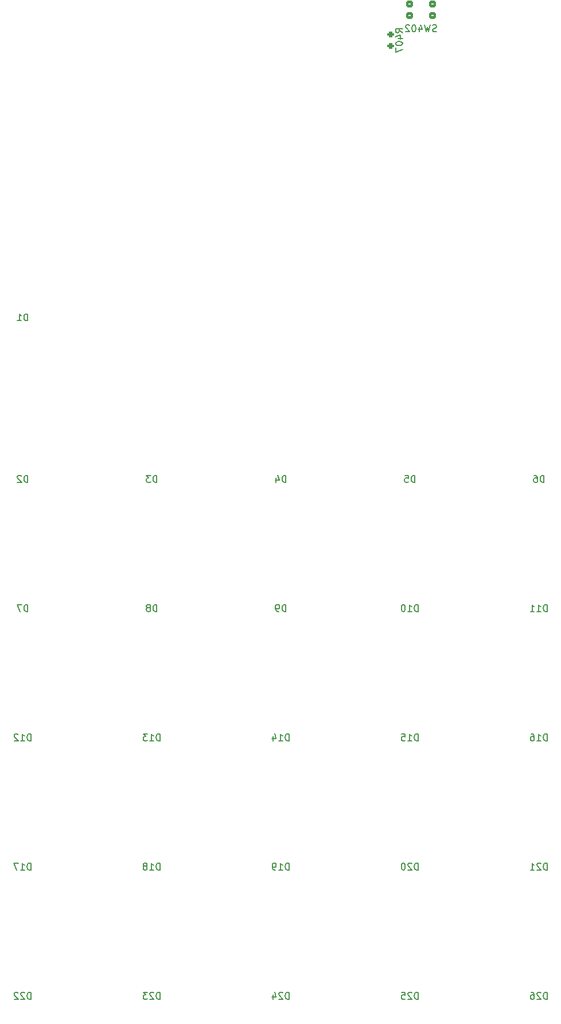
<source format=gbo>
%TF.GenerationSoftware,KiCad,Pcbnew,9.0.7*%
%TF.CreationDate,2026-03-01T02:19:44-05:00*%
%TF.ProjectId,Macropad,4d616372-6f70-4616-942e-6b696361645f,rev?*%
%TF.SameCoordinates,Original*%
%TF.FileFunction,Legend,Bot*%
%TF.FilePolarity,Positive*%
%FSLAX46Y46*%
G04 Gerber Fmt 4.6, Leading zero omitted, Abs format (unit mm)*
G04 Created by KiCad (PCBNEW 9.0.7) date 2026-03-01 02:19:44*
%MOMM*%
%LPD*%
G01*
G04 APERTURE LIST*
G04 Aperture macros list*
%AMRoundRect*
0 Rectangle with rounded corners*
0 $1 Rounding radius*
0 $2 $3 $4 $5 $6 $7 $8 $9 X,Y pos of 4 corners*
0 Add a 4 corners polygon primitive as box body*
4,1,4,$2,$3,$4,$5,$6,$7,$8,$9,$2,$3,0*
0 Add four circle primitives for the rounded corners*
1,1,$1+$1,$2,$3*
1,1,$1+$1,$4,$5*
1,1,$1+$1,$6,$7*
1,1,$1+$1,$8,$9*
0 Add four rect primitives between the rounded corners*
20,1,$1+$1,$2,$3,$4,$5,0*
20,1,$1+$1,$4,$5,$6,$7,0*
20,1,$1+$1,$6,$7,$8,$9,0*
20,1,$1+$1,$8,$9,$2,$3,0*%
G04 Aperture macros list end*
%ADD10C,0.150000*%
%ADD11R,2.550000X2.500000*%
%ADD12O,8.000000X3.600000*%
%ADD13C,4.000000*%
%ADD14C,1.750000*%
%ADD15R,1.600000X1.600000*%
%ADD16O,1.600000X1.600000*%
%ADD17R,1.700000X1.700000*%
%ADD18C,1.700000*%
%ADD19O,1.700000X1.700000*%
%ADD20O,1.100000X1.700000*%
%ADD21C,1.600000*%
%ADD22R,1.800000X1.800000*%
%ADD23C,1.800000*%
%ADD24C,3.200000*%
%ADD25RoundRect,0.200000X0.275000X-0.200000X0.275000X0.200000X-0.275000X0.200000X-0.275000X-0.200000X0*%
%ADD26RoundRect,0.200000X-0.350000X-0.300000X0.350000X-0.300000X0.350000X0.300000X-0.350000X0.300000X0*%
G04 APERTURE END LIST*
D10*
X13953094Y-14359819D02*
X13953094Y-13359819D01*
X13953094Y-13359819D02*
X13714999Y-13359819D01*
X13714999Y-13359819D02*
X13572142Y-13407438D01*
X13572142Y-13407438D02*
X13476904Y-13502676D01*
X13476904Y-13502676D02*
X13429285Y-13597914D01*
X13429285Y-13597914D02*
X13381666Y-13788390D01*
X13381666Y-13788390D02*
X13381666Y-13931247D01*
X13381666Y-13931247D02*
X13429285Y-14121723D01*
X13429285Y-14121723D02*
X13476904Y-14216961D01*
X13476904Y-14216961D02*
X13572142Y-14312200D01*
X13572142Y-14312200D02*
X13714999Y-14359819D01*
X13714999Y-14359819D02*
X13953094Y-14359819D01*
X12429285Y-14359819D02*
X13000713Y-14359819D01*
X12714999Y-14359819D02*
X12714999Y-13359819D01*
X12714999Y-13359819D02*
X12810237Y-13502676D01*
X12810237Y-13502676D02*
X12905475Y-13597914D01*
X12905475Y-13597914D02*
X13000713Y-13645533D01*
X13953094Y-38171819D02*
X13953094Y-37171819D01*
X13953094Y-37171819D02*
X13714999Y-37171819D01*
X13714999Y-37171819D02*
X13572142Y-37219438D01*
X13572142Y-37219438D02*
X13476904Y-37314676D01*
X13476904Y-37314676D02*
X13429285Y-37409914D01*
X13429285Y-37409914D02*
X13381666Y-37600390D01*
X13381666Y-37600390D02*
X13381666Y-37743247D01*
X13381666Y-37743247D02*
X13429285Y-37933723D01*
X13429285Y-37933723D02*
X13476904Y-38028961D01*
X13476904Y-38028961D02*
X13572142Y-38124200D01*
X13572142Y-38124200D02*
X13714999Y-38171819D01*
X13714999Y-38171819D02*
X13953094Y-38171819D01*
X13000713Y-37267057D02*
X12953094Y-37219438D01*
X12953094Y-37219438D02*
X12857856Y-37171819D01*
X12857856Y-37171819D02*
X12619761Y-37171819D01*
X12619761Y-37171819D02*
X12524523Y-37219438D01*
X12524523Y-37219438D02*
X12476904Y-37267057D01*
X12476904Y-37267057D02*
X12429285Y-37362295D01*
X12429285Y-37362295D02*
X12429285Y-37457533D01*
X12429285Y-37457533D02*
X12476904Y-37600390D01*
X12476904Y-37600390D02*
X13048332Y-38171819D01*
X13048332Y-38171819D02*
X12429285Y-38171819D01*
X33003094Y-38171819D02*
X33003094Y-37171819D01*
X33003094Y-37171819D02*
X32764999Y-37171819D01*
X32764999Y-37171819D02*
X32622142Y-37219438D01*
X32622142Y-37219438D02*
X32526904Y-37314676D01*
X32526904Y-37314676D02*
X32479285Y-37409914D01*
X32479285Y-37409914D02*
X32431666Y-37600390D01*
X32431666Y-37600390D02*
X32431666Y-37743247D01*
X32431666Y-37743247D02*
X32479285Y-37933723D01*
X32479285Y-37933723D02*
X32526904Y-38028961D01*
X32526904Y-38028961D02*
X32622142Y-38124200D01*
X32622142Y-38124200D02*
X32764999Y-38171819D01*
X32764999Y-38171819D02*
X33003094Y-38171819D01*
X32098332Y-37171819D02*
X31479285Y-37171819D01*
X31479285Y-37171819D02*
X31812618Y-37552771D01*
X31812618Y-37552771D02*
X31669761Y-37552771D01*
X31669761Y-37552771D02*
X31574523Y-37600390D01*
X31574523Y-37600390D02*
X31526904Y-37648009D01*
X31526904Y-37648009D02*
X31479285Y-37743247D01*
X31479285Y-37743247D02*
X31479285Y-37981342D01*
X31479285Y-37981342D02*
X31526904Y-38076580D01*
X31526904Y-38076580D02*
X31574523Y-38124200D01*
X31574523Y-38124200D02*
X31669761Y-38171819D01*
X31669761Y-38171819D02*
X31955475Y-38171819D01*
X31955475Y-38171819D02*
X32050713Y-38124200D01*
X32050713Y-38124200D02*
X32098332Y-38076580D01*
X52053094Y-38171819D02*
X52053094Y-37171819D01*
X52053094Y-37171819D02*
X51814999Y-37171819D01*
X51814999Y-37171819D02*
X51672142Y-37219438D01*
X51672142Y-37219438D02*
X51576904Y-37314676D01*
X51576904Y-37314676D02*
X51529285Y-37409914D01*
X51529285Y-37409914D02*
X51481666Y-37600390D01*
X51481666Y-37600390D02*
X51481666Y-37743247D01*
X51481666Y-37743247D02*
X51529285Y-37933723D01*
X51529285Y-37933723D02*
X51576904Y-38028961D01*
X51576904Y-38028961D02*
X51672142Y-38124200D01*
X51672142Y-38124200D02*
X51814999Y-38171819D01*
X51814999Y-38171819D02*
X52053094Y-38171819D01*
X50624523Y-37505152D02*
X50624523Y-38171819D01*
X50862618Y-37124200D02*
X51100713Y-37838485D01*
X51100713Y-37838485D02*
X50481666Y-37838485D01*
X71103094Y-38171819D02*
X71103094Y-37171819D01*
X71103094Y-37171819D02*
X70864999Y-37171819D01*
X70864999Y-37171819D02*
X70722142Y-37219438D01*
X70722142Y-37219438D02*
X70626904Y-37314676D01*
X70626904Y-37314676D02*
X70579285Y-37409914D01*
X70579285Y-37409914D02*
X70531666Y-37600390D01*
X70531666Y-37600390D02*
X70531666Y-37743247D01*
X70531666Y-37743247D02*
X70579285Y-37933723D01*
X70579285Y-37933723D02*
X70626904Y-38028961D01*
X70626904Y-38028961D02*
X70722142Y-38124200D01*
X70722142Y-38124200D02*
X70864999Y-38171819D01*
X70864999Y-38171819D02*
X71103094Y-38171819D01*
X69626904Y-37171819D02*
X70103094Y-37171819D01*
X70103094Y-37171819D02*
X70150713Y-37648009D01*
X70150713Y-37648009D02*
X70103094Y-37600390D01*
X70103094Y-37600390D02*
X70007856Y-37552771D01*
X70007856Y-37552771D02*
X69769761Y-37552771D01*
X69769761Y-37552771D02*
X69674523Y-37600390D01*
X69674523Y-37600390D02*
X69626904Y-37648009D01*
X69626904Y-37648009D02*
X69579285Y-37743247D01*
X69579285Y-37743247D02*
X69579285Y-37981342D01*
X69579285Y-37981342D02*
X69626904Y-38076580D01*
X69626904Y-38076580D02*
X69674523Y-38124200D01*
X69674523Y-38124200D02*
X69769761Y-38171819D01*
X69769761Y-38171819D02*
X70007856Y-38171819D01*
X70007856Y-38171819D02*
X70103094Y-38124200D01*
X70103094Y-38124200D02*
X70150713Y-38076580D01*
X90153094Y-38171819D02*
X90153094Y-37171819D01*
X90153094Y-37171819D02*
X89914999Y-37171819D01*
X89914999Y-37171819D02*
X89772142Y-37219438D01*
X89772142Y-37219438D02*
X89676904Y-37314676D01*
X89676904Y-37314676D02*
X89629285Y-37409914D01*
X89629285Y-37409914D02*
X89581666Y-37600390D01*
X89581666Y-37600390D02*
X89581666Y-37743247D01*
X89581666Y-37743247D02*
X89629285Y-37933723D01*
X89629285Y-37933723D02*
X89676904Y-38028961D01*
X89676904Y-38028961D02*
X89772142Y-38124200D01*
X89772142Y-38124200D02*
X89914999Y-38171819D01*
X89914999Y-38171819D02*
X90153094Y-38171819D01*
X88724523Y-37171819D02*
X88914999Y-37171819D01*
X88914999Y-37171819D02*
X89010237Y-37219438D01*
X89010237Y-37219438D02*
X89057856Y-37267057D01*
X89057856Y-37267057D02*
X89153094Y-37409914D01*
X89153094Y-37409914D02*
X89200713Y-37600390D01*
X89200713Y-37600390D02*
X89200713Y-37981342D01*
X89200713Y-37981342D02*
X89153094Y-38076580D01*
X89153094Y-38076580D02*
X89105475Y-38124200D01*
X89105475Y-38124200D02*
X89010237Y-38171819D01*
X89010237Y-38171819D02*
X88819761Y-38171819D01*
X88819761Y-38171819D02*
X88724523Y-38124200D01*
X88724523Y-38124200D02*
X88676904Y-38076580D01*
X88676904Y-38076580D02*
X88629285Y-37981342D01*
X88629285Y-37981342D02*
X88629285Y-37743247D01*
X88629285Y-37743247D02*
X88676904Y-37648009D01*
X88676904Y-37648009D02*
X88724523Y-37600390D01*
X88724523Y-37600390D02*
X88819761Y-37552771D01*
X88819761Y-37552771D02*
X89010237Y-37552771D01*
X89010237Y-37552771D02*
X89105475Y-37600390D01*
X89105475Y-37600390D02*
X89153094Y-37648009D01*
X89153094Y-37648009D02*
X89200713Y-37743247D01*
X13953094Y-57222819D02*
X13953094Y-56222819D01*
X13953094Y-56222819D02*
X13714999Y-56222819D01*
X13714999Y-56222819D02*
X13572142Y-56270438D01*
X13572142Y-56270438D02*
X13476904Y-56365676D01*
X13476904Y-56365676D02*
X13429285Y-56460914D01*
X13429285Y-56460914D02*
X13381666Y-56651390D01*
X13381666Y-56651390D02*
X13381666Y-56794247D01*
X13381666Y-56794247D02*
X13429285Y-56984723D01*
X13429285Y-56984723D02*
X13476904Y-57079961D01*
X13476904Y-57079961D02*
X13572142Y-57175200D01*
X13572142Y-57175200D02*
X13714999Y-57222819D01*
X13714999Y-57222819D02*
X13953094Y-57222819D01*
X13048332Y-56222819D02*
X12381666Y-56222819D01*
X12381666Y-56222819D02*
X12810237Y-57222819D01*
X33003094Y-57222819D02*
X33003094Y-56222819D01*
X33003094Y-56222819D02*
X32764999Y-56222819D01*
X32764999Y-56222819D02*
X32622142Y-56270438D01*
X32622142Y-56270438D02*
X32526904Y-56365676D01*
X32526904Y-56365676D02*
X32479285Y-56460914D01*
X32479285Y-56460914D02*
X32431666Y-56651390D01*
X32431666Y-56651390D02*
X32431666Y-56794247D01*
X32431666Y-56794247D02*
X32479285Y-56984723D01*
X32479285Y-56984723D02*
X32526904Y-57079961D01*
X32526904Y-57079961D02*
X32622142Y-57175200D01*
X32622142Y-57175200D02*
X32764999Y-57222819D01*
X32764999Y-57222819D02*
X33003094Y-57222819D01*
X31860237Y-56651390D02*
X31955475Y-56603771D01*
X31955475Y-56603771D02*
X32003094Y-56556152D01*
X32003094Y-56556152D02*
X32050713Y-56460914D01*
X32050713Y-56460914D02*
X32050713Y-56413295D01*
X32050713Y-56413295D02*
X32003094Y-56318057D01*
X32003094Y-56318057D02*
X31955475Y-56270438D01*
X31955475Y-56270438D02*
X31860237Y-56222819D01*
X31860237Y-56222819D02*
X31669761Y-56222819D01*
X31669761Y-56222819D02*
X31574523Y-56270438D01*
X31574523Y-56270438D02*
X31526904Y-56318057D01*
X31526904Y-56318057D02*
X31479285Y-56413295D01*
X31479285Y-56413295D02*
X31479285Y-56460914D01*
X31479285Y-56460914D02*
X31526904Y-56556152D01*
X31526904Y-56556152D02*
X31574523Y-56603771D01*
X31574523Y-56603771D02*
X31669761Y-56651390D01*
X31669761Y-56651390D02*
X31860237Y-56651390D01*
X31860237Y-56651390D02*
X31955475Y-56699009D01*
X31955475Y-56699009D02*
X32003094Y-56746628D01*
X32003094Y-56746628D02*
X32050713Y-56841866D01*
X32050713Y-56841866D02*
X32050713Y-57032342D01*
X32050713Y-57032342D02*
X32003094Y-57127580D01*
X32003094Y-57127580D02*
X31955475Y-57175200D01*
X31955475Y-57175200D02*
X31860237Y-57222819D01*
X31860237Y-57222819D02*
X31669761Y-57222819D01*
X31669761Y-57222819D02*
X31574523Y-57175200D01*
X31574523Y-57175200D02*
X31526904Y-57127580D01*
X31526904Y-57127580D02*
X31479285Y-57032342D01*
X31479285Y-57032342D02*
X31479285Y-56841866D01*
X31479285Y-56841866D02*
X31526904Y-56746628D01*
X31526904Y-56746628D02*
X31574523Y-56699009D01*
X31574523Y-56699009D02*
X31669761Y-56651390D01*
X52053094Y-57222819D02*
X52053094Y-56222819D01*
X52053094Y-56222819D02*
X51814999Y-56222819D01*
X51814999Y-56222819D02*
X51672142Y-56270438D01*
X51672142Y-56270438D02*
X51576904Y-56365676D01*
X51576904Y-56365676D02*
X51529285Y-56460914D01*
X51529285Y-56460914D02*
X51481666Y-56651390D01*
X51481666Y-56651390D02*
X51481666Y-56794247D01*
X51481666Y-56794247D02*
X51529285Y-56984723D01*
X51529285Y-56984723D02*
X51576904Y-57079961D01*
X51576904Y-57079961D02*
X51672142Y-57175200D01*
X51672142Y-57175200D02*
X51814999Y-57222819D01*
X51814999Y-57222819D02*
X52053094Y-57222819D01*
X51005475Y-57222819D02*
X50814999Y-57222819D01*
X50814999Y-57222819D02*
X50719761Y-57175200D01*
X50719761Y-57175200D02*
X50672142Y-57127580D01*
X50672142Y-57127580D02*
X50576904Y-56984723D01*
X50576904Y-56984723D02*
X50529285Y-56794247D01*
X50529285Y-56794247D02*
X50529285Y-56413295D01*
X50529285Y-56413295D02*
X50576904Y-56318057D01*
X50576904Y-56318057D02*
X50624523Y-56270438D01*
X50624523Y-56270438D02*
X50719761Y-56222819D01*
X50719761Y-56222819D02*
X50910237Y-56222819D01*
X50910237Y-56222819D02*
X51005475Y-56270438D01*
X51005475Y-56270438D02*
X51053094Y-56318057D01*
X51053094Y-56318057D02*
X51100713Y-56413295D01*
X51100713Y-56413295D02*
X51100713Y-56651390D01*
X51100713Y-56651390D02*
X51053094Y-56746628D01*
X51053094Y-56746628D02*
X51005475Y-56794247D01*
X51005475Y-56794247D02*
X50910237Y-56841866D01*
X50910237Y-56841866D02*
X50719761Y-56841866D01*
X50719761Y-56841866D02*
X50624523Y-56794247D01*
X50624523Y-56794247D02*
X50576904Y-56746628D01*
X50576904Y-56746628D02*
X50529285Y-56651390D01*
X71579285Y-57222819D02*
X71579285Y-56222819D01*
X71579285Y-56222819D02*
X71341190Y-56222819D01*
X71341190Y-56222819D02*
X71198333Y-56270438D01*
X71198333Y-56270438D02*
X71103095Y-56365676D01*
X71103095Y-56365676D02*
X71055476Y-56460914D01*
X71055476Y-56460914D02*
X71007857Y-56651390D01*
X71007857Y-56651390D02*
X71007857Y-56794247D01*
X71007857Y-56794247D02*
X71055476Y-56984723D01*
X71055476Y-56984723D02*
X71103095Y-57079961D01*
X71103095Y-57079961D02*
X71198333Y-57175200D01*
X71198333Y-57175200D02*
X71341190Y-57222819D01*
X71341190Y-57222819D02*
X71579285Y-57222819D01*
X70055476Y-57222819D02*
X70626904Y-57222819D01*
X70341190Y-57222819D02*
X70341190Y-56222819D01*
X70341190Y-56222819D02*
X70436428Y-56365676D01*
X70436428Y-56365676D02*
X70531666Y-56460914D01*
X70531666Y-56460914D02*
X70626904Y-56508533D01*
X69436428Y-56222819D02*
X69341190Y-56222819D01*
X69341190Y-56222819D02*
X69245952Y-56270438D01*
X69245952Y-56270438D02*
X69198333Y-56318057D01*
X69198333Y-56318057D02*
X69150714Y-56413295D01*
X69150714Y-56413295D02*
X69103095Y-56603771D01*
X69103095Y-56603771D02*
X69103095Y-56841866D01*
X69103095Y-56841866D02*
X69150714Y-57032342D01*
X69150714Y-57032342D02*
X69198333Y-57127580D01*
X69198333Y-57127580D02*
X69245952Y-57175200D01*
X69245952Y-57175200D02*
X69341190Y-57222819D01*
X69341190Y-57222819D02*
X69436428Y-57222819D01*
X69436428Y-57222819D02*
X69531666Y-57175200D01*
X69531666Y-57175200D02*
X69579285Y-57127580D01*
X69579285Y-57127580D02*
X69626904Y-57032342D01*
X69626904Y-57032342D02*
X69674523Y-56841866D01*
X69674523Y-56841866D02*
X69674523Y-56603771D01*
X69674523Y-56603771D02*
X69626904Y-56413295D01*
X69626904Y-56413295D02*
X69579285Y-56318057D01*
X69579285Y-56318057D02*
X69531666Y-56270438D01*
X69531666Y-56270438D02*
X69436428Y-56222819D01*
X90629285Y-57222819D02*
X90629285Y-56222819D01*
X90629285Y-56222819D02*
X90391190Y-56222819D01*
X90391190Y-56222819D02*
X90248333Y-56270438D01*
X90248333Y-56270438D02*
X90153095Y-56365676D01*
X90153095Y-56365676D02*
X90105476Y-56460914D01*
X90105476Y-56460914D02*
X90057857Y-56651390D01*
X90057857Y-56651390D02*
X90057857Y-56794247D01*
X90057857Y-56794247D02*
X90105476Y-56984723D01*
X90105476Y-56984723D02*
X90153095Y-57079961D01*
X90153095Y-57079961D02*
X90248333Y-57175200D01*
X90248333Y-57175200D02*
X90391190Y-57222819D01*
X90391190Y-57222819D02*
X90629285Y-57222819D01*
X89105476Y-57222819D02*
X89676904Y-57222819D01*
X89391190Y-57222819D02*
X89391190Y-56222819D01*
X89391190Y-56222819D02*
X89486428Y-56365676D01*
X89486428Y-56365676D02*
X89581666Y-56460914D01*
X89581666Y-56460914D02*
X89676904Y-56508533D01*
X88153095Y-57222819D02*
X88724523Y-57222819D01*
X88438809Y-57222819D02*
X88438809Y-56222819D01*
X88438809Y-56222819D02*
X88534047Y-56365676D01*
X88534047Y-56365676D02*
X88629285Y-56460914D01*
X88629285Y-56460914D02*
X88724523Y-56508533D01*
X14429285Y-76272819D02*
X14429285Y-75272819D01*
X14429285Y-75272819D02*
X14191190Y-75272819D01*
X14191190Y-75272819D02*
X14048333Y-75320438D01*
X14048333Y-75320438D02*
X13953095Y-75415676D01*
X13953095Y-75415676D02*
X13905476Y-75510914D01*
X13905476Y-75510914D02*
X13857857Y-75701390D01*
X13857857Y-75701390D02*
X13857857Y-75844247D01*
X13857857Y-75844247D02*
X13905476Y-76034723D01*
X13905476Y-76034723D02*
X13953095Y-76129961D01*
X13953095Y-76129961D02*
X14048333Y-76225200D01*
X14048333Y-76225200D02*
X14191190Y-76272819D01*
X14191190Y-76272819D02*
X14429285Y-76272819D01*
X12905476Y-76272819D02*
X13476904Y-76272819D01*
X13191190Y-76272819D02*
X13191190Y-75272819D01*
X13191190Y-75272819D02*
X13286428Y-75415676D01*
X13286428Y-75415676D02*
X13381666Y-75510914D01*
X13381666Y-75510914D02*
X13476904Y-75558533D01*
X12524523Y-75368057D02*
X12476904Y-75320438D01*
X12476904Y-75320438D02*
X12381666Y-75272819D01*
X12381666Y-75272819D02*
X12143571Y-75272819D01*
X12143571Y-75272819D02*
X12048333Y-75320438D01*
X12048333Y-75320438D02*
X12000714Y-75368057D01*
X12000714Y-75368057D02*
X11953095Y-75463295D01*
X11953095Y-75463295D02*
X11953095Y-75558533D01*
X11953095Y-75558533D02*
X12000714Y-75701390D01*
X12000714Y-75701390D02*
X12572142Y-76272819D01*
X12572142Y-76272819D02*
X11953095Y-76272819D01*
X33479285Y-76272819D02*
X33479285Y-75272819D01*
X33479285Y-75272819D02*
X33241190Y-75272819D01*
X33241190Y-75272819D02*
X33098333Y-75320438D01*
X33098333Y-75320438D02*
X33003095Y-75415676D01*
X33003095Y-75415676D02*
X32955476Y-75510914D01*
X32955476Y-75510914D02*
X32907857Y-75701390D01*
X32907857Y-75701390D02*
X32907857Y-75844247D01*
X32907857Y-75844247D02*
X32955476Y-76034723D01*
X32955476Y-76034723D02*
X33003095Y-76129961D01*
X33003095Y-76129961D02*
X33098333Y-76225200D01*
X33098333Y-76225200D02*
X33241190Y-76272819D01*
X33241190Y-76272819D02*
X33479285Y-76272819D01*
X31955476Y-76272819D02*
X32526904Y-76272819D01*
X32241190Y-76272819D02*
X32241190Y-75272819D01*
X32241190Y-75272819D02*
X32336428Y-75415676D01*
X32336428Y-75415676D02*
X32431666Y-75510914D01*
X32431666Y-75510914D02*
X32526904Y-75558533D01*
X31622142Y-75272819D02*
X31003095Y-75272819D01*
X31003095Y-75272819D02*
X31336428Y-75653771D01*
X31336428Y-75653771D02*
X31193571Y-75653771D01*
X31193571Y-75653771D02*
X31098333Y-75701390D01*
X31098333Y-75701390D02*
X31050714Y-75749009D01*
X31050714Y-75749009D02*
X31003095Y-75844247D01*
X31003095Y-75844247D02*
X31003095Y-76082342D01*
X31003095Y-76082342D02*
X31050714Y-76177580D01*
X31050714Y-76177580D02*
X31098333Y-76225200D01*
X31098333Y-76225200D02*
X31193571Y-76272819D01*
X31193571Y-76272819D02*
X31479285Y-76272819D01*
X31479285Y-76272819D02*
X31574523Y-76225200D01*
X31574523Y-76225200D02*
X31622142Y-76177580D01*
X52529285Y-76272819D02*
X52529285Y-75272819D01*
X52529285Y-75272819D02*
X52291190Y-75272819D01*
X52291190Y-75272819D02*
X52148333Y-75320438D01*
X52148333Y-75320438D02*
X52053095Y-75415676D01*
X52053095Y-75415676D02*
X52005476Y-75510914D01*
X52005476Y-75510914D02*
X51957857Y-75701390D01*
X51957857Y-75701390D02*
X51957857Y-75844247D01*
X51957857Y-75844247D02*
X52005476Y-76034723D01*
X52005476Y-76034723D02*
X52053095Y-76129961D01*
X52053095Y-76129961D02*
X52148333Y-76225200D01*
X52148333Y-76225200D02*
X52291190Y-76272819D01*
X52291190Y-76272819D02*
X52529285Y-76272819D01*
X51005476Y-76272819D02*
X51576904Y-76272819D01*
X51291190Y-76272819D02*
X51291190Y-75272819D01*
X51291190Y-75272819D02*
X51386428Y-75415676D01*
X51386428Y-75415676D02*
X51481666Y-75510914D01*
X51481666Y-75510914D02*
X51576904Y-75558533D01*
X50148333Y-75606152D02*
X50148333Y-76272819D01*
X50386428Y-75225200D02*
X50624523Y-75939485D01*
X50624523Y-75939485D02*
X50005476Y-75939485D01*
X71579285Y-76272819D02*
X71579285Y-75272819D01*
X71579285Y-75272819D02*
X71341190Y-75272819D01*
X71341190Y-75272819D02*
X71198333Y-75320438D01*
X71198333Y-75320438D02*
X71103095Y-75415676D01*
X71103095Y-75415676D02*
X71055476Y-75510914D01*
X71055476Y-75510914D02*
X71007857Y-75701390D01*
X71007857Y-75701390D02*
X71007857Y-75844247D01*
X71007857Y-75844247D02*
X71055476Y-76034723D01*
X71055476Y-76034723D02*
X71103095Y-76129961D01*
X71103095Y-76129961D02*
X71198333Y-76225200D01*
X71198333Y-76225200D02*
X71341190Y-76272819D01*
X71341190Y-76272819D02*
X71579285Y-76272819D01*
X70055476Y-76272819D02*
X70626904Y-76272819D01*
X70341190Y-76272819D02*
X70341190Y-75272819D01*
X70341190Y-75272819D02*
X70436428Y-75415676D01*
X70436428Y-75415676D02*
X70531666Y-75510914D01*
X70531666Y-75510914D02*
X70626904Y-75558533D01*
X69150714Y-75272819D02*
X69626904Y-75272819D01*
X69626904Y-75272819D02*
X69674523Y-75749009D01*
X69674523Y-75749009D02*
X69626904Y-75701390D01*
X69626904Y-75701390D02*
X69531666Y-75653771D01*
X69531666Y-75653771D02*
X69293571Y-75653771D01*
X69293571Y-75653771D02*
X69198333Y-75701390D01*
X69198333Y-75701390D02*
X69150714Y-75749009D01*
X69150714Y-75749009D02*
X69103095Y-75844247D01*
X69103095Y-75844247D02*
X69103095Y-76082342D01*
X69103095Y-76082342D02*
X69150714Y-76177580D01*
X69150714Y-76177580D02*
X69198333Y-76225200D01*
X69198333Y-76225200D02*
X69293571Y-76272819D01*
X69293571Y-76272819D02*
X69531666Y-76272819D01*
X69531666Y-76272819D02*
X69626904Y-76225200D01*
X69626904Y-76225200D02*
X69674523Y-76177580D01*
X90629285Y-76272819D02*
X90629285Y-75272819D01*
X90629285Y-75272819D02*
X90391190Y-75272819D01*
X90391190Y-75272819D02*
X90248333Y-75320438D01*
X90248333Y-75320438D02*
X90153095Y-75415676D01*
X90153095Y-75415676D02*
X90105476Y-75510914D01*
X90105476Y-75510914D02*
X90057857Y-75701390D01*
X90057857Y-75701390D02*
X90057857Y-75844247D01*
X90057857Y-75844247D02*
X90105476Y-76034723D01*
X90105476Y-76034723D02*
X90153095Y-76129961D01*
X90153095Y-76129961D02*
X90248333Y-76225200D01*
X90248333Y-76225200D02*
X90391190Y-76272819D01*
X90391190Y-76272819D02*
X90629285Y-76272819D01*
X89105476Y-76272819D02*
X89676904Y-76272819D01*
X89391190Y-76272819D02*
X89391190Y-75272819D01*
X89391190Y-75272819D02*
X89486428Y-75415676D01*
X89486428Y-75415676D02*
X89581666Y-75510914D01*
X89581666Y-75510914D02*
X89676904Y-75558533D01*
X88248333Y-75272819D02*
X88438809Y-75272819D01*
X88438809Y-75272819D02*
X88534047Y-75320438D01*
X88534047Y-75320438D02*
X88581666Y-75368057D01*
X88581666Y-75368057D02*
X88676904Y-75510914D01*
X88676904Y-75510914D02*
X88724523Y-75701390D01*
X88724523Y-75701390D02*
X88724523Y-76082342D01*
X88724523Y-76082342D02*
X88676904Y-76177580D01*
X88676904Y-76177580D02*
X88629285Y-76225200D01*
X88629285Y-76225200D02*
X88534047Y-76272819D01*
X88534047Y-76272819D02*
X88343571Y-76272819D01*
X88343571Y-76272819D02*
X88248333Y-76225200D01*
X88248333Y-76225200D02*
X88200714Y-76177580D01*
X88200714Y-76177580D02*
X88153095Y-76082342D01*
X88153095Y-76082342D02*
X88153095Y-75844247D01*
X88153095Y-75844247D02*
X88200714Y-75749009D01*
X88200714Y-75749009D02*
X88248333Y-75701390D01*
X88248333Y-75701390D02*
X88343571Y-75653771D01*
X88343571Y-75653771D02*
X88534047Y-75653771D01*
X88534047Y-75653771D02*
X88629285Y-75701390D01*
X88629285Y-75701390D02*
X88676904Y-75749009D01*
X88676904Y-75749009D02*
X88724523Y-75844247D01*
X14429285Y-95321819D02*
X14429285Y-94321819D01*
X14429285Y-94321819D02*
X14191190Y-94321819D01*
X14191190Y-94321819D02*
X14048333Y-94369438D01*
X14048333Y-94369438D02*
X13953095Y-94464676D01*
X13953095Y-94464676D02*
X13905476Y-94559914D01*
X13905476Y-94559914D02*
X13857857Y-94750390D01*
X13857857Y-94750390D02*
X13857857Y-94893247D01*
X13857857Y-94893247D02*
X13905476Y-95083723D01*
X13905476Y-95083723D02*
X13953095Y-95178961D01*
X13953095Y-95178961D02*
X14048333Y-95274200D01*
X14048333Y-95274200D02*
X14191190Y-95321819D01*
X14191190Y-95321819D02*
X14429285Y-95321819D01*
X12905476Y-95321819D02*
X13476904Y-95321819D01*
X13191190Y-95321819D02*
X13191190Y-94321819D01*
X13191190Y-94321819D02*
X13286428Y-94464676D01*
X13286428Y-94464676D02*
X13381666Y-94559914D01*
X13381666Y-94559914D02*
X13476904Y-94607533D01*
X12572142Y-94321819D02*
X11905476Y-94321819D01*
X11905476Y-94321819D02*
X12334047Y-95321819D01*
X33479285Y-95321819D02*
X33479285Y-94321819D01*
X33479285Y-94321819D02*
X33241190Y-94321819D01*
X33241190Y-94321819D02*
X33098333Y-94369438D01*
X33098333Y-94369438D02*
X33003095Y-94464676D01*
X33003095Y-94464676D02*
X32955476Y-94559914D01*
X32955476Y-94559914D02*
X32907857Y-94750390D01*
X32907857Y-94750390D02*
X32907857Y-94893247D01*
X32907857Y-94893247D02*
X32955476Y-95083723D01*
X32955476Y-95083723D02*
X33003095Y-95178961D01*
X33003095Y-95178961D02*
X33098333Y-95274200D01*
X33098333Y-95274200D02*
X33241190Y-95321819D01*
X33241190Y-95321819D02*
X33479285Y-95321819D01*
X31955476Y-95321819D02*
X32526904Y-95321819D01*
X32241190Y-95321819D02*
X32241190Y-94321819D01*
X32241190Y-94321819D02*
X32336428Y-94464676D01*
X32336428Y-94464676D02*
X32431666Y-94559914D01*
X32431666Y-94559914D02*
X32526904Y-94607533D01*
X31384047Y-94750390D02*
X31479285Y-94702771D01*
X31479285Y-94702771D02*
X31526904Y-94655152D01*
X31526904Y-94655152D02*
X31574523Y-94559914D01*
X31574523Y-94559914D02*
X31574523Y-94512295D01*
X31574523Y-94512295D02*
X31526904Y-94417057D01*
X31526904Y-94417057D02*
X31479285Y-94369438D01*
X31479285Y-94369438D02*
X31384047Y-94321819D01*
X31384047Y-94321819D02*
X31193571Y-94321819D01*
X31193571Y-94321819D02*
X31098333Y-94369438D01*
X31098333Y-94369438D02*
X31050714Y-94417057D01*
X31050714Y-94417057D02*
X31003095Y-94512295D01*
X31003095Y-94512295D02*
X31003095Y-94559914D01*
X31003095Y-94559914D02*
X31050714Y-94655152D01*
X31050714Y-94655152D02*
X31098333Y-94702771D01*
X31098333Y-94702771D02*
X31193571Y-94750390D01*
X31193571Y-94750390D02*
X31384047Y-94750390D01*
X31384047Y-94750390D02*
X31479285Y-94798009D01*
X31479285Y-94798009D02*
X31526904Y-94845628D01*
X31526904Y-94845628D02*
X31574523Y-94940866D01*
X31574523Y-94940866D02*
X31574523Y-95131342D01*
X31574523Y-95131342D02*
X31526904Y-95226580D01*
X31526904Y-95226580D02*
X31479285Y-95274200D01*
X31479285Y-95274200D02*
X31384047Y-95321819D01*
X31384047Y-95321819D02*
X31193571Y-95321819D01*
X31193571Y-95321819D02*
X31098333Y-95274200D01*
X31098333Y-95274200D02*
X31050714Y-95226580D01*
X31050714Y-95226580D02*
X31003095Y-95131342D01*
X31003095Y-95131342D02*
X31003095Y-94940866D01*
X31003095Y-94940866D02*
X31050714Y-94845628D01*
X31050714Y-94845628D02*
X31098333Y-94798009D01*
X31098333Y-94798009D02*
X31193571Y-94750390D01*
X52529285Y-95321819D02*
X52529285Y-94321819D01*
X52529285Y-94321819D02*
X52291190Y-94321819D01*
X52291190Y-94321819D02*
X52148333Y-94369438D01*
X52148333Y-94369438D02*
X52053095Y-94464676D01*
X52053095Y-94464676D02*
X52005476Y-94559914D01*
X52005476Y-94559914D02*
X51957857Y-94750390D01*
X51957857Y-94750390D02*
X51957857Y-94893247D01*
X51957857Y-94893247D02*
X52005476Y-95083723D01*
X52005476Y-95083723D02*
X52053095Y-95178961D01*
X52053095Y-95178961D02*
X52148333Y-95274200D01*
X52148333Y-95274200D02*
X52291190Y-95321819D01*
X52291190Y-95321819D02*
X52529285Y-95321819D01*
X51005476Y-95321819D02*
X51576904Y-95321819D01*
X51291190Y-95321819D02*
X51291190Y-94321819D01*
X51291190Y-94321819D02*
X51386428Y-94464676D01*
X51386428Y-94464676D02*
X51481666Y-94559914D01*
X51481666Y-94559914D02*
X51576904Y-94607533D01*
X50529285Y-95321819D02*
X50338809Y-95321819D01*
X50338809Y-95321819D02*
X50243571Y-95274200D01*
X50243571Y-95274200D02*
X50195952Y-95226580D01*
X50195952Y-95226580D02*
X50100714Y-95083723D01*
X50100714Y-95083723D02*
X50053095Y-94893247D01*
X50053095Y-94893247D02*
X50053095Y-94512295D01*
X50053095Y-94512295D02*
X50100714Y-94417057D01*
X50100714Y-94417057D02*
X50148333Y-94369438D01*
X50148333Y-94369438D02*
X50243571Y-94321819D01*
X50243571Y-94321819D02*
X50434047Y-94321819D01*
X50434047Y-94321819D02*
X50529285Y-94369438D01*
X50529285Y-94369438D02*
X50576904Y-94417057D01*
X50576904Y-94417057D02*
X50624523Y-94512295D01*
X50624523Y-94512295D02*
X50624523Y-94750390D01*
X50624523Y-94750390D02*
X50576904Y-94845628D01*
X50576904Y-94845628D02*
X50529285Y-94893247D01*
X50529285Y-94893247D02*
X50434047Y-94940866D01*
X50434047Y-94940866D02*
X50243571Y-94940866D01*
X50243571Y-94940866D02*
X50148333Y-94893247D01*
X50148333Y-94893247D02*
X50100714Y-94845628D01*
X50100714Y-94845628D02*
X50053095Y-94750390D01*
X71579285Y-95321819D02*
X71579285Y-94321819D01*
X71579285Y-94321819D02*
X71341190Y-94321819D01*
X71341190Y-94321819D02*
X71198333Y-94369438D01*
X71198333Y-94369438D02*
X71103095Y-94464676D01*
X71103095Y-94464676D02*
X71055476Y-94559914D01*
X71055476Y-94559914D02*
X71007857Y-94750390D01*
X71007857Y-94750390D02*
X71007857Y-94893247D01*
X71007857Y-94893247D02*
X71055476Y-95083723D01*
X71055476Y-95083723D02*
X71103095Y-95178961D01*
X71103095Y-95178961D02*
X71198333Y-95274200D01*
X71198333Y-95274200D02*
X71341190Y-95321819D01*
X71341190Y-95321819D02*
X71579285Y-95321819D01*
X70626904Y-94417057D02*
X70579285Y-94369438D01*
X70579285Y-94369438D02*
X70484047Y-94321819D01*
X70484047Y-94321819D02*
X70245952Y-94321819D01*
X70245952Y-94321819D02*
X70150714Y-94369438D01*
X70150714Y-94369438D02*
X70103095Y-94417057D01*
X70103095Y-94417057D02*
X70055476Y-94512295D01*
X70055476Y-94512295D02*
X70055476Y-94607533D01*
X70055476Y-94607533D02*
X70103095Y-94750390D01*
X70103095Y-94750390D02*
X70674523Y-95321819D01*
X70674523Y-95321819D02*
X70055476Y-95321819D01*
X69436428Y-94321819D02*
X69341190Y-94321819D01*
X69341190Y-94321819D02*
X69245952Y-94369438D01*
X69245952Y-94369438D02*
X69198333Y-94417057D01*
X69198333Y-94417057D02*
X69150714Y-94512295D01*
X69150714Y-94512295D02*
X69103095Y-94702771D01*
X69103095Y-94702771D02*
X69103095Y-94940866D01*
X69103095Y-94940866D02*
X69150714Y-95131342D01*
X69150714Y-95131342D02*
X69198333Y-95226580D01*
X69198333Y-95226580D02*
X69245952Y-95274200D01*
X69245952Y-95274200D02*
X69341190Y-95321819D01*
X69341190Y-95321819D02*
X69436428Y-95321819D01*
X69436428Y-95321819D02*
X69531666Y-95274200D01*
X69531666Y-95274200D02*
X69579285Y-95226580D01*
X69579285Y-95226580D02*
X69626904Y-95131342D01*
X69626904Y-95131342D02*
X69674523Y-94940866D01*
X69674523Y-94940866D02*
X69674523Y-94702771D01*
X69674523Y-94702771D02*
X69626904Y-94512295D01*
X69626904Y-94512295D02*
X69579285Y-94417057D01*
X69579285Y-94417057D02*
X69531666Y-94369438D01*
X69531666Y-94369438D02*
X69436428Y-94321819D01*
X90629285Y-95321819D02*
X90629285Y-94321819D01*
X90629285Y-94321819D02*
X90391190Y-94321819D01*
X90391190Y-94321819D02*
X90248333Y-94369438D01*
X90248333Y-94369438D02*
X90153095Y-94464676D01*
X90153095Y-94464676D02*
X90105476Y-94559914D01*
X90105476Y-94559914D02*
X90057857Y-94750390D01*
X90057857Y-94750390D02*
X90057857Y-94893247D01*
X90057857Y-94893247D02*
X90105476Y-95083723D01*
X90105476Y-95083723D02*
X90153095Y-95178961D01*
X90153095Y-95178961D02*
X90248333Y-95274200D01*
X90248333Y-95274200D02*
X90391190Y-95321819D01*
X90391190Y-95321819D02*
X90629285Y-95321819D01*
X89676904Y-94417057D02*
X89629285Y-94369438D01*
X89629285Y-94369438D02*
X89534047Y-94321819D01*
X89534047Y-94321819D02*
X89295952Y-94321819D01*
X89295952Y-94321819D02*
X89200714Y-94369438D01*
X89200714Y-94369438D02*
X89153095Y-94417057D01*
X89153095Y-94417057D02*
X89105476Y-94512295D01*
X89105476Y-94512295D02*
X89105476Y-94607533D01*
X89105476Y-94607533D02*
X89153095Y-94750390D01*
X89153095Y-94750390D02*
X89724523Y-95321819D01*
X89724523Y-95321819D02*
X89105476Y-95321819D01*
X88153095Y-95321819D02*
X88724523Y-95321819D01*
X88438809Y-95321819D02*
X88438809Y-94321819D01*
X88438809Y-94321819D02*
X88534047Y-94464676D01*
X88534047Y-94464676D02*
X88629285Y-94559914D01*
X88629285Y-94559914D02*
X88724523Y-94607533D01*
X14429285Y-114372819D02*
X14429285Y-113372819D01*
X14429285Y-113372819D02*
X14191190Y-113372819D01*
X14191190Y-113372819D02*
X14048333Y-113420438D01*
X14048333Y-113420438D02*
X13953095Y-113515676D01*
X13953095Y-113515676D02*
X13905476Y-113610914D01*
X13905476Y-113610914D02*
X13857857Y-113801390D01*
X13857857Y-113801390D02*
X13857857Y-113944247D01*
X13857857Y-113944247D02*
X13905476Y-114134723D01*
X13905476Y-114134723D02*
X13953095Y-114229961D01*
X13953095Y-114229961D02*
X14048333Y-114325200D01*
X14048333Y-114325200D02*
X14191190Y-114372819D01*
X14191190Y-114372819D02*
X14429285Y-114372819D01*
X13476904Y-113468057D02*
X13429285Y-113420438D01*
X13429285Y-113420438D02*
X13334047Y-113372819D01*
X13334047Y-113372819D02*
X13095952Y-113372819D01*
X13095952Y-113372819D02*
X13000714Y-113420438D01*
X13000714Y-113420438D02*
X12953095Y-113468057D01*
X12953095Y-113468057D02*
X12905476Y-113563295D01*
X12905476Y-113563295D02*
X12905476Y-113658533D01*
X12905476Y-113658533D02*
X12953095Y-113801390D01*
X12953095Y-113801390D02*
X13524523Y-114372819D01*
X13524523Y-114372819D02*
X12905476Y-114372819D01*
X12524523Y-113468057D02*
X12476904Y-113420438D01*
X12476904Y-113420438D02*
X12381666Y-113372819D01*
X12381666Y-113372819D02*
X12143571Y-113372819D01*
X12143571Y-113372819D02*
X12048333Y-113420438D01*
X12048333Y-113420438D02*
X12000714Y-113468057D01*
X12000714Y-113468057D02*
X11953095Y-113563295D01*
X11953095Y-113563295D02*
X11953095Y-113658533D01*
X11953095Y-113658533D02*
X12000714Y-113801390D01*
X12000714Y-113801390D02*
X12572142Y-114372819D01*
X12572142Y-114372819D02*
X11953095Y-114372819D01*
X33479285Y-114372819D02*
X33479285Y-113372819D01*
X33479285Y-113372819D02*
X33241190Y-113372819D01*
X33241190Y-113372819D02*
X33098333Y-113420438D01*
X33098333Y-113420438D02*
X33003095Y-113515676D01*
X33003095Y-113515676D02*
X32955476Y-113610914D01*
X32955476Y-113610914D02*
X32907857Y-113801390D01*
X32907857Y-113801390D02*
X32907857Y-113944247D01*
X32907857Y-113944247D02*
X32955476Y-114134723D01*
X32955476Y-114134723D02*
X33003095Y-114229961D01*
X33003095Y-114229961D02*
X33098333Y-114325200D01*
X33098333Y-114325200D02*
X33241190Y-114372819D01*
X33241190Y-114372819D02*
X33479285Y-114372819D01*
X32526904Y-113468057D02*
X32479285Y-113420438D01*
X32479285Y-113420438D02*
X32384047Y-113372819D01*
X32384047Y-113372819D02*
X32145952Y-113372819D01*
X32145952Y-113372819D02*
X32050714Y-113420438D01*
X32050714Y-113420438D02*
X32003095Y-113468057D01*
X32003095Y-113468057D02*
X31955476Y-113563295D01*
X31955476Y-113563295D02*
X31955476Y-113658533D01*
X31955476Y-113658533D02*
X32003095Y-113801390D01*
X32003095Y-113801390D02*
X32574523Y-114372819D01*
X32574523Y-114372819D02*
X31955476Y-114372819D01*
X31622142Y-113372819D02*
X31003095Y-113372819D01*
X31003095Y-113372819D02*
X31336428Y-113753771D01*
X31336428Y-113753771D02*
X31193571Y-113753771D01*
X31193571Y-113753771D02*
X31098333Y-113801390D01*
X31098333Y-113801390D02*
X31050714Y-113849009D01*
X31050714Y-113849009D02*
X31003095Y-113944247D01*
X31003095Y-113944247D02*
X31003095Y-114182342D01*
X31003095Y-114182342D02*
X31050714Y-114277580D01*
X31050714Y-114277580D02*
X31098333Y-114325200D01*
X31098333Y-114325200D02*
X31193571Y-114372819D01*
X31193571Y-114372819D02*
X31479285Y-114372819D01*
X31479285Y-114372819D02*
X31574523Y-114325200D01*
X31574523Y-114325200D02*
X31622142Y-114277580D01*
X52529285Y-114372819D02*
X52529285Y-113372819D01*
X52529285Y-113372819D02*
X52291190Y-113372819D01*
X52291190Y-113372819D02*
X52148333Y-113420438D01*
X52148333Y-113420438D02*
X52053095Y-113515676D01*
X52053095Y-113515676D02*
X52005476Y-113610914D01*
X52005476Y-113610914D02*
X51957857Y-113801390D01*
X51957857Y-113801390D02*
X51957857Y-113944247D01*
X51957857Y-113944247D02*
X52005476Y-114134723D01*
X52005476Y-114134723D02*
X52053095Y-114229961D01*
X52053095Y-114229961D02*
X52148333Y-114325200D01*
X52148333Y-114325200D02*
X52291190Y-114372819D01*
X52291190Y-114372819D02*
X52529285Y-114372819D01*
X51576904Y-113468057D02*
X51529285Y-113420438D01*
X51529285Y-113420438D02*
X51434047Y-113372819D01*
X51434047Y-113372819D02*
X51195952Y-113372819D01*
X51195952Y-113372819D02*
X51100714Y-113420438D01*
X51100714Y-113420438D02*
X51053095Y-113468057D01*
X51053095Y-113468057D02*
X51005476Y-113563295D01*
X51005476Y-113563295D02*
X51005476Y-113658533D01*
X51005476Y-113658533D02*
X51053095Y-113801390D01*
X51053095Y-113801390D02*
X51624523Y-114372819D01*
X51624523Y-114372819D02*
X51005476Y-114372819D01*
X50148333Y-113706152D02*
X50148333Y-114372819D01*
X50386428Y-113325200D02*
X50624523Y-114039485D01*
X50624523Y-114039485D02*
X50005476Y-114039485D01*
X71579285Y-114372819D02*
X71579285Y-113372819D01*
X71579285Y-113372819D02*
X71341190Y-113372819D01*
X71341190Y-113372819D02*
X71198333Y-113420438D01*
X71198333Y-113420438D02*
X71103095Y-113515676D01*
X71103095Y-113515676D02*
X71055476Y-113610914D01*
X71055476Y-113610914D02*
X71007857Y-113801390D01*
X71007857Y-113801390D02*
X71007857Y-113944247D01*
X71007857Y-113944247D02*
X71055476Y-114134723D01*
X71055476Y-114134723D02*
X71103095Y-114229961D01*
X71103095Y-114229961D02*
X71198333Y-114325200D01*
X71198333Y-114325200D02*
X71341190Y-114372819D01*
X71341190Y-114372819D02*
X71579285Y-114372819D01*
X70626904Y-113468057D02*
X70579285Y-113420438D01*
X70579285Y-113420438D02*
X70484047Y-113372819D01*
X70484047Y-113372819D02*
X70245952Y-113372819D01*
X70245952Y-113372819D02*
X70150714Y-113420438D01*
X70150714Y-113420438D02*
X70103095Y-113468057D01*
X70103095Y-113468057D02*
X70055476Y-113563295D01*
X70055476Y-113563295D02*
X70055476Y-113658533D01*
X70055476Y-113658533D02*
X70103095Y-113801390D01*
X70103095Y-113801390D02*
X70674523Y-114372819D01*
X70674523Y-114372819D02*
X70055476Y-114372819D01*
X69150714Y-113372819D02*
X69626904Y-113372819D01*
X69626904Y-113372819D02*
X69674523Y-113849009D01*
X69674523Y-113849009D02*
X69626904Y-113801390D01*
X69626904Y-113801390D02*
X69531666Y-113753771D01*
X69531666Y-113753771D02*
X69293571Y-113753771D01*
X69293571Y-113753771D02*
X69198333Y-113801390D01*
X69198333Y-113801390D02*
X69150714Y-113849009D01*
X69150714Y-113849009D02*
X69103095Y-113944247D01*
X69103095Y-113944247D02*
X69103095Y-114182342D01*
X69103095Y-114182342D02*
X69150714Y-114277580D01*
X69150714Y-114277580D02*
X69198333Y-114325200D01*
X69198333Y-114325200D02*
X69293571Y-114372819D01*
X69293571Y-114372819D02*
X69531666Y-114372819D01*
X69531666Y-114372819D02*
X69626904Y-114325200D01*
X69626904Y-114325200D02*
X69674523Y-114277580D01*
X90629285Y-114372819D02*
X90629285Y-113372819D01*
X90629285Y-113372819D02*
X90391190Y-113372819D01*
X90391190Y-113372819D02*
X90248333Y-113420438D01*
X90248333Y-113420438D02*
X90153095Y-113515676D01*
X90153095Y-113515676D02*
X90105476Y-113610914D01*
X90105476Y-113610914D02*
X90057857Y-113801390D01*
X90057857Y-113801390D02*
X90057857Y-113944247D01*
X90057857Y-113944247D02*
X90105476Y-114134723D01*
X90105476Y-114134723D02*
X90153095Y-114229961D01*
X90153095Y-114229961D02*
X90248333Y-114325200D01*
X90248333Y-114325200D02*
X90391190Y-114372819D01*
X90391190Y-114372819D02*
X90629285Y-114372819D01*
X89676904Y-113468057D02*
X89629285Y-113420438D01*
X89629285Y-113420438D02*
X89534047Y-113372819D01*
X89534047Y-113372819D02*
X89295952Y-113372819D01*
X89295952Y-113372819D02*
X89200714Y-113420438D01*
X89200714Y-113420438D02*
X89153095Y-113468057D01*
X89153095Y-113468057D02*
X89105476Y-113563295D01*
X89105476Y-113563295D02*
X89105476Y-113658533D01*
X89105476Y-113658533D02*
X89153095Y-113801390D01*
X89153095Y-113801390D02*
X89724523Y-114372819D01*
X89724523Y-114372819D02*
X89105476Y-114372819D01*
X88248333Y-113372819D02*
X88438809Y-113372819D01*
X88438809Y-113372819D02*
X88534047Y-113420438D01*
X88534047Y-113420438D02*
X88581666Y-113468057D01*
X88581666Y-113468057D02*
X88676904Y-113610914D01*
X88676904Y-113610914D02*
X88724523Y-113801390D01*
X88724523Y-113801390D02*
X88724523Y-114182342D01*
X88724523Y-114182342D02*
X88676904Y-114277580D01*
X88676904Y-114277580D02*
X88629285Y-114325200D01*
X88629285Y-114325200D02*
X88534047Y-114372819D01*
X88534047Y-114372819D02*
X88343571Y-114372819D01*
X88343571Y-114372819D02*
X88248333Y-114325200D01*
X88248333Y-114325200D02*
X88200714Y-114277580D01*
X88200714Y-114277580D02*
X88153095Y-114182342D01*
X88153095Y-114182342D02*
X88153095Y-113944247D01*
X88153095Y-113944247D02*
X88200714Y-113849009D01*
X88200714Y-113849009D02*
X88248333Y-113801390D01*
X88248333Y-113801390D02*
X88343571Y-113753771D01*
X88343571Y-113753771D02*
X88534047Y-113753771D01*
X88534047Y-113753771D02*
X88629285Y-113801390D01*
X88629285Y-113801390D02*
X88676904Y-113849009D01*
X88676904Y-113849009D02*
X88724523Y-113944247D01*
X69254819Y28119047D02*
X68778628Y28452380D01*
X69254819Y28690475D02*
X68254819Y28690475D01*
X68254819Y28690475D02*
X68254819Y28309523D01*
X68254819Y28309523D02*
X68302438Y28214285D01*
X68302438Y28214285D02*
X68350057Y28166666D01*
X68350057Y28166666D02*
X68445295Y28119047D01*
X68445295Y28119047D02*
X68588152Y28119047D01*
X68588152Y28119047D02*
X68683390Y28166666D01*
X68683390Y28166666D02*
X68731009Y28214285D01*
X68731009Y28214285D02*
X68778628Y28309523D01*
X68778628Y28309523D02*
X68778628Y28690475D01*
X68588152Y27261904D02*
X69254819Y27261904D01*
X68207200Y27499999D02*
X68921485Y27738094D01*
X68921485Y27738094D02*
X68921485Y27119047D01*
X68254819Y26547618D02*
X68254819Y26452380D01*
X68254819Y26452380D02*
X68302438Y26357142D01*
X68302438Y26357142D02*
X68350057Y26309523D01*
X68350057Y26309523D02*
X68445295Y26261904D01*
X68445295Y26261904D02*
X68635771Y26214285D01*
X68635771Y26214285D02*
X68873866Y26214285D01*
X68873866Y26214285D02*
X69064342Y26261904D01*
X69064342Y26261904D02*
X69159580Y26309523D01*
X69159580Y26309523D02*
X69207200Y26357142D01*
X69207200Y26357142D02*
X69254819Y26452380D01*
X69254819Y26452380D02*
X69254819Y26547618D01*
X69254819Y26547618D02*
X69207200Y26642856D01*
X69207200Y26642856D02*
X69159580Y26690475D01*
X69159580Y26690475D02*
X69064342Y26738094D01*
X69064342Y26738094D02*
X68873866Y26785713D01*
X68873866Y26785713D02*
X68635771Y26785713D01*
X68635771Y26785713D02*
X68445295Y26738094D01*
X68445295Y26738094D02*
X68350057Y26690475D01*
X68350057Y26690475D02*
X68302438Y26642856D01*
X68302438Y26642856D02*
X68254819Y26547618D01*
X68254819Y25880951D02*
X68254819Y25214285D01*
X68254819Y25214285D02*
X69254819Y25642856D01*
X74285713Y28292800D02*
X74142856Y28245180D01*
X74142856Y28245180D02*
X73904761Y28245180D01*
X73904761Y28245180D02*
X73809523Y28292800D01*
X73809523Y28292800D02*
X73761904Y28340419D01*
X73761904Y28340419D02*
X73714285Y28435657D01*
X73714285Y28435657D02*
X73714285Y28530895D01*
X73714285Y28530895D02*
X73761904Y28626133D01*
X73761904Y28626133D02*
X73809523Y28673752D01*
X73809523Y28673752D02*
X73904761Y28721371D01*
X73904761Y28721371D02*
X74095237Y28768990D01*
X74095237Y28768990D02*
X74190475Y28816609D01*
X74190475Y28816609D02*
X74238094Y28864228D01*
X74238094Y28864228D02*
X74285713Y28959466D01*
X74285713Y28959466D02*
X74285713Y29054704D01*
X74285713Y29054704D02*
X74238094Y29149942D01*
X74238094Y29149942D02*
X74190475Y29197561D01*
X74190475Y29197561D02*
X74095237Y29245180D01*
X74095237Y29245180D02*
X73857142Y29245180D01*
X73857142Y29245180D02*
X73714285Y29197561D01*
X73380951Y29245180D02*
X73142856Y28245180D01*
X73142856Y28245180D02*
X72952380Y28959466D01*
X72952380Y28959466D02*
X72761904Y28245180D01*
X72761904Y28245180D02*
X72523809Y29245180D01*
X71714285Y28911847D02*
X71714285Y28245180D01*
X71952380Y29292800D02*
X72190475Y28578514D01*
X72190475Y28578514D02*
X71571428Y28578514D01*
X70999999Y29245180D02*
X70904761Y29245180D01*
X70904761Y29245180D02*
X70809523Y29197561D01*
X70809523Y29197561D02*
X70761904Y29149942D01*
X70761904Y29149942D02*
X70714285Y29054704D01*
X70714285Y29054704D02*
X70666666Y28864228D01*
X70666666Y28864228D02*
X70666666Y28626133D01*
X70666666Y28626133D02*
X70714285Y28435657D01*
X70714285Y28435657D02*
X70761904Y28340419D01*
X70761904Y28340419D02*
X70809523Y28292800D01*
X70809523Y28292800D02*
X70904761Y28245180D01*
X70904761Y28245180D02*
X70999999Y28245180D01*
X70999999Y28245180D02*
X71095237Y28292800D01*
X71095237Y28292800D02*
X71142856Y28340419D01*
X71142856Y28340419D02*
X71190475Y28435657D01*
X71190475Y28435657D02*
X71238094Y28626133D01*
X71238094Y28626133D02*
X71238094Y28864228D01*
X71238094Y28864228D02*
X71190475Y29054704D01*
X71190475Y29054704D02*
X71142856Y29149942D01*
X71142856Y29149942D02*
X71095237Y29197561D01*
X71095237Y29197561D02*
X70999999Y29245180D01*
X70285713Y29149942D02*
X70238094Y29197561D01*
X70238094Y29197561D02*
X70142856Y29245180D01*
X70142856Y29245180D02*
X69904761Y29245180D01*
X69904761Y29245180D02*
X69809523Y29197561D01*
X69809523Y29197561D02*
X69761904Y29149942D01*
X69761904Y29149942D02*
X69714285Y29054704D01*
X69714285Y29054704D02*
X69714285Y28959466D01*
X69714285Y28959466D02*
X69761904Y28816609D01*
X69761904Y28816609D02*
X70333332Y28245180D01*
X70333332Y28245180D02*
X69714285Y28245180D01*
%LPC*%
D11*
%TO.C,SW1*%
X1965000Y-6985000D03*
X15815000Y-4445000D03*
D12*
X5715000Y-6985000D03*
X12065000Y-4445000D03*
D13*
X9525000Y-9525000D03*
D14*
X4445000Y-9525000D03*
X14605000Y-9525000D03*
%TD*%
D15*
%TO.C,D1*%
X17025000Y-16025000D03*
D16*
X9405000Y-16025000D03*
%TD*%
D11*
%TO.C,SW2*%
X1965000Y-30797000D03*
X15815000Y-28257000D03*
D12*
X5715000Y-30797000D03*
X12065000Y-28257000D03*
D13*
X9525000Y-33337000D03*
D14*
X4445000Y-33337000D03*
X14605000Y-33337000D03*
%TD*%
D15*
%TO.C,D2*%
X17025000Y-39837000D03*
D16*
X9405000Y-39837000D03*
%TD*%
D11*
%TO.C,SW3*%
X21015000Y-30797000D03*
X34865000Y-28257000D03*
D12*
X24765000Y-30797000D03*
X31115000Y-28257000D03*
D13*
X28575000Y-33337000D03*
D14*
X23495000Y-33337000D03*
X33655000Y-33337000D03*
%TD*%
D15*
%TO.C,D3*%
X36075000Y-39837000D03*
D16*
X28455000Y-39837000D03*
%TD*%
D11*
%TO.C,SW4*%
X40065000Y-30797000D03*
X53915000Y-28257000D03*
D12*
X43815000Y-30797000D03*
X50165000Y-28257000D03*
D13*
X47625000Y-33337000D03*
D14*
X42545000Y-33337000D03*
X52705000Y-33337000D03*
%TD*%
D15*
%TO.C,D4*%
X55125000Y-39837000D03*
D16*
X47505000Y-39837000D03*
%TD*%
D11*
%TO.C,SW5*%
X59115000Y-30797000D03*
X72965000Y-28257000D03*
D12*
X62865000Y-30797000D03*
X69215000Y-28257000D03*
D13*
X66675000Y-33337000D03*
D14*
X61595000Y-33337000D03*
X71755000Y-33337000D03*
%TD*%
D15*
%TO.C,D5*%
X74175000Y-39837000D03*
D16*
X66555000Y-39837000D03*
%TD*%
D11*
%TO.C,SW6*%
X78165000Y-30797000D03*
X92015000Y-28257000D03*
D12*
X81915000Y-30797000D03*
X88265000Y-28257000D03*
D13*
X85725000Y-33337000D03*
D14*
X80645000Y-33337000D03*
X90805000Y-33337000D03*
%TD*%
D15*
%TO.C,D6*%
X93225000Y-39837000D03*
D16*
X85605000Y-39837000D03*
%TD*%
D11*
%TO.C,SW7*%
X1965000Y-49848000D03*
X15815000Y-47308000D03*
D12*
X5715000Y-49848000D03*
X12065000Y-47308000D03*
D13*
X9525000Y-52388000D03*
D14*
X4445000Y-52388000D03*
X14605000Y-52388000D03*
%TD*%
D15*
%TO.C,D7*%
X17025000Y-58888000D03*
D16*
X9405000Y-58888000D03*
%TD*%
D11*
%TO.C,SW8*%
X21015000Y-49848000D03*
X34865000Y-47308000D03*
D12*
X24765000Y-49848000D03*
X31115000Y-47308000D03*
D13*
X28575000Y-52388000D03*
D14*
X23495000Y-52388000D03*
X33655000Y-52388000D03*
%TD*%
D15*
%TO.C,D8*%
X36075000Y-58888000D03*
D16*
X28455000Y-58888000D03*
%TD*%
D11*
%TO.C,SW9*%
X40065000Y-49848000D03*
X53915000Y-47308000D03*
D12*
X43815000Y-49848000D03*
X50165000Y-47308000D03*
D13*
X47625000Y-52388000D03*
D14*
X42545000Y-52388000D03*
X52705000Y-52388000D03*
%TD*%
D15*
%TO.C,D9*%
X55125000Y-58888000D03*
D16*
X47505000Y-58888000D03*
%TD*%
D11*
%TO.C,SW10*%
X59115000Y-49848000D03*
X72965000Y-47308000D03*
D12*
X62865000Y-49848000D03*
X69215000Y-47308000D03*
D13*
X66675000Y-52388000D03*
D14*
X61595000Y-52388000D03*
X71755000Y-52388000D03*
%TD*%
D15*
%TO.C,D10*%
X74175000Y-58888000D03*
D16*
X66555000Y-58888000D03*
%TD*%
D11*
%TO.C,SW11*%
X78165000Y-49848000D03*
X92015000Y-47308000D03*
D12*
X81915000Y-49848000D03*
X88265000Y-47308000D03*
D13*
X85725000Y-52388000D03*
D14*
X80645000Y-52388000D03*
X90805000Y-52388000D03*
%TD*%
D15*
%TO.C,D11*%
X93225000Y-58888000D03*
D16*
X85605000Y-58888000D03*
%TD*%
D11*
%TO.C,SW12*%
X1965000Y-68898000D03*
X15815000Y-66358000D03*
D12*
X5715000Y-68898000D03*
X12065000Y-66358000D03*
D13*
X9525000Y-71438000D03*
D14*
X4445000Y-71438000D03*
X14605000Y-71438000D03*
%TD*%
D15*
%TO.C,D12*%
X17025000Y-77938000D03*
D16*
X9405000Y-77938000D03*
%TD*%
D11*
%TO.C,SW13*%
X21015000Y-68898000D03*
X34865000Y-66358000D03*
D12*
X24765000Y-68898000D03*
X31115000Y-66358000D03*
D13*
X28575000Y-71438000D03*
D14*
X23495000Y-71438000D03*
X33655000Y-71438000D03*
%TD*%
D15*
%TO.C,D13*%
X36075000Y-77938000D03*
D16*
X28455000Y-77938000D03*
%TD*%
D11*
%TO.C,SW14*%
X40065000Y-68898000D03*
X53915000Y-66358000D03*
D12*
X43815000Y-68898000D03*
X50165000Y-66358000D03*
D13*
X47625000Y-71438000D03*
D14*
X42545000Y-71438000D03*
X52705000Y-71438000D03*
%TD*%
D15*
%TO.C,D14*%
X55125000Y-77938000D03*
D16*
X47505000Y-77938000D03*
%TD*%
D11*
%TO.C,SW15*%
X59115000Y-68898000D03*
X72965000Y-66358000D03*
D12*
X62865000Y-68898000D03*
X69215000Y-66358000D03*
D13*
X66675000Y-71438000D03*
D14*
X61595000Y-71438000D03*
X71755000Y-71438000D03*
%TD*%
D15*
%TO.C,D15*%
X74175000Y-77938000D03*
D16*
X66555000Y-77938000D03*
%TD*%
D11*
%TO.C,SW16*%
X78165000Y-68898000D03*
X92015000Y-66358000D03*
D12*
X81915000Y-68898000D03*
X88265000Y-66358000D03*
D13*
X85725000Y-71438000D03*
D14*
X80645000Y-71438000D03*
X90805000Y-71438000D03*
%TD*%
D15*
%TO.C,D16*%
X93225000Y-77938000D03*
D16*
X85605000Y-77938000D03*
%TD*%
D11*
%TO.C,SW17*%
X1965000Y-87947000D03*
X15815000Y-85407000D03*
D12*
X5715000Y-87947000D03*
X12065000Y-85407000D03*
D13*
X9525000Y-90487000D03*
D14*
X4445000Y-90487000D03*
X14605000Y-90487000D03*
%TD*%
D15*
%TO.C,D17*%
X17025000Y-96987000D03*
D16*
X9405000Y-96987000D03*
%TD*%
D11*
%TO.C,SW18*%
X21015000Y-87947000D03*
X34865000Y-85407000D03*
D12*
X24765000Y-87947000D03*
X31115000Y-85407000D03*
D13*
X28575000Y-90487000D03*
D14*
X23495000Y-90487000D03*
X33655000Y-90487000D03*
%TD*%
D15*
%TO.C,D18*%
X36075000Y-96987000D03*
D16*
X28455000Y-96987000D03*
%TD*%
D11*
%TO.C,SW19*%
X40065000Y-87947000D03*
X53915000Y-85407000D03*
D12*
X43815000Y-87947000D03*
X50165000Y-85407000D03*
D13*
X47625000Y-90487000D03*
D14*
X42545000Y-90487000D03*
X52705000Y-90487000D03*
%TD*%
D15*
%TO.C,D19*%
X55125000Y-96987000D03*
D16*
X47505000Y-96987000D03*
%TD*%
D11*
%TO.C,SW20*%
X59115000Y-87947000D03*
X72965000Y-85407000D03*
D12*
X62865000Y-87947000D03*
X69215000Y-85407000D03*
D13*
X66675000Y-90487000D03*
D14*
X61595000Y-90487000D03*
X71755000Y-90487000D03*
%TD*%
D15*
%TO.C,D20*%
X74175000Y-96987000D03*
D16*
X66555000Y-96987000D03*
%TD*%
D11*
%TO.C,SW21*%
X78165000Y-87947000D03*
X92015000Y-85407000D03*
D12*
X81915000Y-87947000D03*
X88265000Y-85407000D03*
D13*
X85725000Y-90487000D03*
D14*
X80645000Y-90487000D03*
X90805000Y-90487000D03*
%TD*%
D15*
%TO.C,D21*%
X93225000Y-96987000D03*
D16*
X85605000Y-96987000D03*
%TD*%
D11*
%TO.C,SW22*%
X1965000Y-106998000D03*
X15815000Y-104458000D03*
D12*
X5715000Y-106998000D03*
X12065000Y-104458000D03*
D13*
X9525000Y-109538000D03*
D14*
X4445000Y-109538000D03*
X14605000Y-109538000D03*
%TD*%
D15*
%TO.C,D22*%
X17025000Y-116038000D03*
D16*
X9405000Y-116038000D03*
%TD*%
D11*
%TO.C,SW23*%
X21015000Y-106998000D03*
X34865000Y-104458000D03*
D12*
X24765000Y-106998000D03*
X31115000Y-104458000D03*
D13*
X28575000Y-109538000D03*
D14*
X23495000Y-109538000D03*
X33655000Y-109538000D03*
%TD*%
D15*
%TO.C,D23*%
X36075000Y-116038000D03*
D16*
X28455000Y-116038000D03*
%TD*%
D11*
%TO.C,SW24*%
X40065000Y-106998000D03*
X53915000Y-104458000D03*
D12*
X43815000Y-106998000D03*
X50165000Y-104458000D03*
D13*
X47625000Y-109538000D03*
D14*
X42545000Y-109538000D03*
X52705000Y-109538000D03*
%TD*%
D15*
%TO.C,D24*%
X55125000Y-116038000D03*
D16*
X47505000Y-116038000D03*
%TD*%
D11*
%TO.C,SW25*%
X59115000Y-106998000D03*
X72965000Y-104458000D03*
D12*
X62865000Y-106998000D03*
X69215000Y-104458000D03*
D13*
X66675000Y-109538000D03*
D14*
X61595000Y-109538000D03*
X71755000Y-109538000D03*
%TD*%
D15*
%TO.C,D25*%
X74175000Y-116038000D03*
D16*
X66555000Y-116038000D03*
%TD*%
D11*
%TO.C,SW26*%
X78165000Y-106998000D03*
X92015000Y-104458000D03*
D12*
X81915000Y-106998000D03*
X88265000Y-104458000D03*
D13*
X85725000Y-109538000D03*
D14*
X80645000Y-109538000D03*
X90805000Y-109538000D03*
%TD*%
D15*
%TO.C,D26*%
X93225000Y-116038000D03*
D16*
X85605000Y-116038000D03*
%TD*%
D17*
%TO.C,J201*%
X98250000Y25460000D03*
D18*
X98250000Y28000000D03*
X98250000Y30540000D03*
%TD*%
D17*
%TO.C,J202*%
X92250000Y25460000D03*
D18*
X92250000Y28000000D03*
X92250000Y30540000D03*
%TD*%
D17*
%TO.C,J301*%
X92250000Y460000D03*
D18*
X92250000Y3000000D03*
X92250000Y5540000D03*
%TD*%
D17*
%TO.C,J302*%
X95000000Y14190000D03*
D18*
X95000000Y16730000D03*
X95000000Y19270000D03*
X95000000Y21810000D03*
%TD*%
D17*
%TO.C,J400*%
X22250000Y-8000000D03*
D19*
X22250000Y-10540000D03*
%TD*%
D17*
%TO.C,J401*%
X22250000Y-21810000D03*
D18*
X22250000Y-19270000D03*
X22250000Y-16730000D03*
X22250000Y-14190000D03*
%TD*%
D20*
%TO.C,J402*%
X46805000Y39000000D03*
X46805000Y35200000D03*
X55445000Y39000000D03*
X55445000Y35200000D03*
%TD*%
D15*
%TO.C,C401*%
X99250000Y-5000000D03*
D21*
X102750000Y-5000000D03*
%TD*%
D22*
%TO.C,SW401*%
X5500000Y2500000D03*
D23*
X10500000Y2500000D03*
X8000000Y2500000D03*
X5500000Y17500000D03*
X10500000Y17500000D03*
%TD*%
D24*
%TO.C,H1*%
X0Y36000000D03*
%TD*%
%TO.C,H2*%
X102250000Y36000000D03*
%TD*%
%TO.C,H3*%
X0Y-119000000D03*
%TD*%
%TO.C,H4*%
X102250000Y-119000000D03*
%TD*%
D25*
%TO.C,R407*%
X67500000Y26175000D03*
X67500000Y27825000D03*
%TD*%
D26*
%TO.C,SW402*%
X70300000Y30650000D03*
X73700000Y30650000D03*
X70300000Y32350000D03*
X73700000Y32350000D03*
%TD*%
%LPD*%
M02*

</source>
